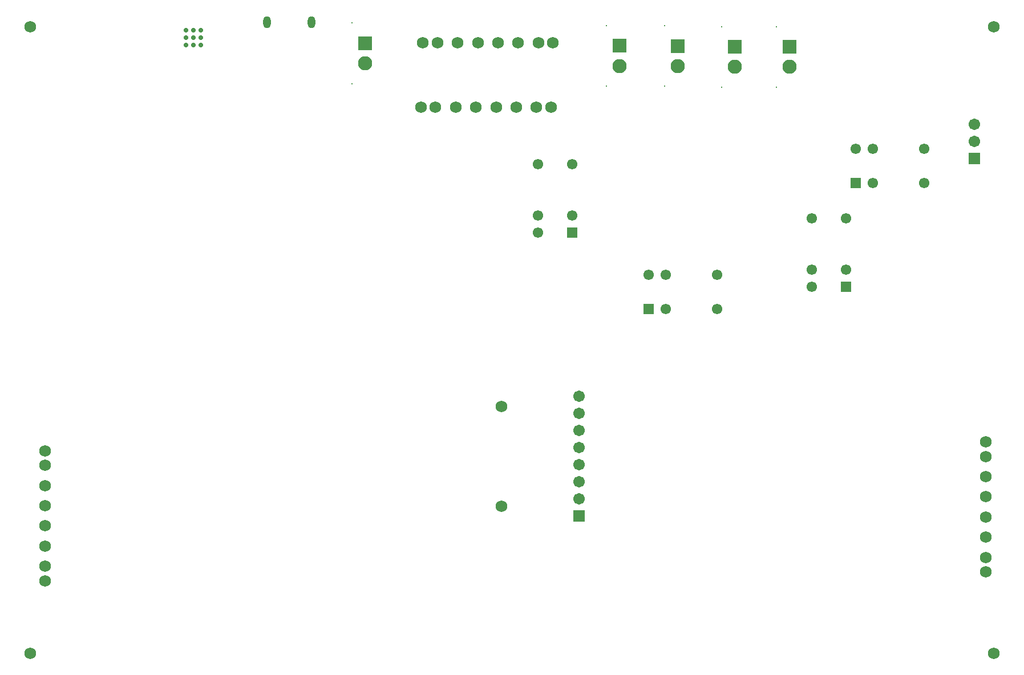
<source format=gbs>
G04*
G04 #@! TF.GenerationSoftware,Altium Limited,Altium Designer,22.11.1 (43)*
G04*
G04 Layer_Color=16711935*
%FSLAX25Y25*%
%MOIN*%
G70*
G04*
G04 #@! TF.SameCoordinates,C35736E5-671D-4FAC-BA75-7313D2C136AC*
G04*
G04*
G04 #@! TF.FilePolarity,Negative*
G04*
G01*
G75*
%ADD75C,0.06800*%
%ADD76C,0.00800*%
%ADD77C,0.08300*%
%ADD78R,0.08300X0.08300*%
%ADD79O,0.04343X0.07099*%
%ADD80C,0.06102*%
%ADD81R,0.06102X0.06102*%
%ADD82R,0.06102X0.06102*%
%ADD83R,0.06706X0.06706*%
%ADD84C,0.06706*%
%ADD85C,0.02769*%
D75*
X13780Y379921D02*
D03*
X572000Y81567D02*
D03*
Y61291D02*
D03*
Y93378D02*
D03*
Y128811D02*
D03*
Y117000D02*
D03*
Y69756D02*
D03*
Y105189D02*
D03*
Y137276D02*
D03*
X289000Y99500D02*
D03*
X22500Y132087D02*
D03*
Y100000D02*
D03*
Y64567D02*
D03*
Y111811D02*
D03*
Y123622D02*
D03*
Y88189D02*
D03*
Y56102D02*
D03*
Y76378D02*
D03*
X576772Y379921D02*
D03*
X297811Y333000D02*
D03*
X318087D02*
D03*
X286000D02*
D03*
X250567D02*
D03*
X262378D02*
D03*
X309622D02*
D03*
X274189D02*
D03*
X242102D02*
D03*
X298933Y370500D02*
D03*
X319209D02*
D03*
X287122D02*
D03*
X251689D02*
D03*
X263500D02*
D03*
X310744D02*
D03*
X275311D02*
D03*
X243224D02*
D03*
X289000Y158000D02*
D03*
X13780Y13780D02*
D03*
X576772D02*
D03*
D76*
X384300Y345200D02*
D03*
Y380600D02*
D03*
X449800Y380100D02*
D03*
Y344700D02*
D03*
X201800Y346800D02*
D03*
Y382200D02*
D03*
X417800Y344700D02*
D03*
Y380100D02*
D03*
X350300Y345300D02*
D03*
Y380700D02*
D03*
D77*
X392000Y357000D02*
D03*
X457500Y356500D02*
D03*
X209500Y358600D02*
D03*
X425500Y356500D02*
D03*
X358000Y357100D02*
D03*
D78*
X392000Y368800D02*
D03*
X457500Y368300D02*
D03*
X209500Y370400D02*
D03*
X425500Y368300D02*
D03*
X358000Y368900D02*
D03*
D79*
X152008Y382697D02*
D03*
X177992D02*
D03*
D80*
X310500Y259500D02*
D03*
Y269500D02*
D03*
Y299500D02*
D03*
X330500D02*
D03*
Y269500D02*
D03*
X470500Y228000D02*
D03*
Y238000D02*
D03*
Y268000D02*
D03*
X490500D02*
D03*
Y238000D02*
D03*
X496000Y308500D02*
D03*
X506000D02*
D03*
X536000D02*
D03*
Y288500D02*
D03*
X506000D02*
D03*
X375000Y235000D02*
D03*
X385000D02*
D03*
X415000D02*
D03*
Y215000D02*
D03*
X385000D02*
D03*
D81*
X330500Y259500D02*
D03*
X490500Y228000D02*
D03*
D82*
X496000Y288500D02*
D03*
X375000Y215000D02*
D03*
D83*
X334500Y94000D02*
D03*
X565500Y303000D02*
D03*
D84*
X334500Y104000D02*
D03*
Y114000D02*
D03*
Y124000D02*
D03*
Y134000D02*
D03*
Y144000D02*
D03*
Y154000D02*
D03*
Y164000D02*
D03*
X565500Y323000D02*
D03*
Y313000D02*
D03*
D85*
X104669Y369216D02*
D03*
Y373547D02*
D03*
Y377878D02*
D03*
X109000Y369216D02*
D03*
Y373547D02*
D03*
Y377878D02*
D03*
X113331Y369216D02*
D03*
Y373547D02*
D03*
Y377878D02*
D03*
M02*

</source>
